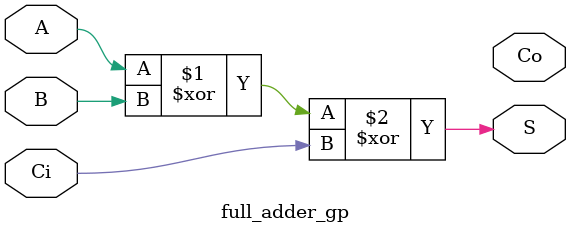
<source format=v>
`timescale 1ns / 1ps


module full_adder_gp(
    input  wire A,
    input  wire B,
    input  wire Ci,
    output wire S,
    output wire Co
    );

    assign S  = A ^ B ^ Ci;

endmodule

</source>
